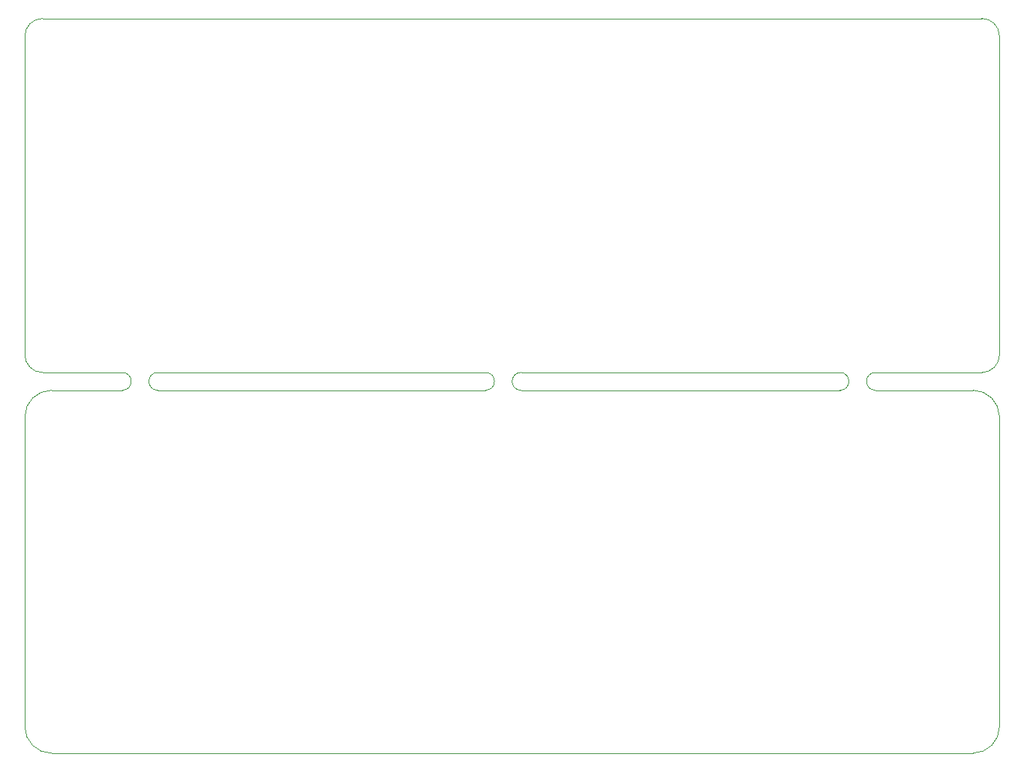
<source format=gbr>
%TF.GenerationSoftware,KiCad,Pcbnew,(6.0.5)*%
%TF.CreationDate,2022-11-21T22:14:33-06:00*%
%TF.ProjectId,A10102,41313031-3032-42e6-9b69-6361645f7063,rev?*%
%TF.SameCoordinates,Original*%
%TF.FileFunction,Profile,NP*%
%FSLAX46Y46*%
G04 Gerber Fmt 4.6, Leading zero omitted, Abs format (unit mm)*
G04 Created by KiCad (PCBNEW (6.0.5)) date 2022-11-21 22:14:33*
%MOMM*%
%LPD*%
G01*
G04 APERTURE LIST*
%TA.AperFunction,Profile*%
%ADD10C,0.100000*%
%TD*%
G04 APERTURE END LIST*
D10*
X86820000Y-80920000D02*
G75*
G03*
X83820000Y-83920000I0J-3000000D01*
G01*
X94820000Y-80920000D02*
G75*
G03*
X94820000Y-78920000I0J1000000D01*
G01*
X98820000Y-80920000D02*
X135820000Y-80920000D01*
X179820000Y-78920000D02*
G75*
G03*
X179820000Y-80920000I0J-1000000D01*
G01*
X85820000Y-38920000D02*
G75*
G03*
X83820000Y-40920000I0J-2000000D01*
G01*
X98820000Y-78920000D02*
X135820000Y-78920000D01*
X190820000Y-121920000D02*
G75*
G03*
X193820000Y-118920000I0J3000000D01*
G01*
X83820000Y-83920000D02*
X83820000Y-118920000D01*
X191820000Y-78920000D02*
G75*
G03*
X193820000Y-76920000I0J2000000D01*
G01*
X193820000Y-83920000D02*
G75*
G03*
X190820000Y-80920000I-3000000J0D01*
G01*
X86820000Y-121920000D02*
X190820000Y-121920000D01*
X139820000Y-78920000D02*
G75*
G03*
X139820000Y-80920000I0J-1000000D01*
G01*
X83820000Y-118920000D02*
G75*
G03*
X86820000Y-121920000I3000000J0D01*
G01*
X179820000Y-80920000D02*
X190820000Y-80920000D01*
X193820000Y-40920000D02*
X193820000Y-76920000D01*
X135820000Y-80920000D02*
G75*
G03*
X135820000Y-78920000I0J1000000D01*
G01*
X139820000Y-78920000D02*
X175820000Y-78920000D01*
X193820000Y-118920000D02*
X193820000Y-83920000D01*
X175820000Y-80920000D02*
X139820000Y-80920000D01*
X86820000Y-80920000D02*
X94820000Y-80920000D01*
X191820000Y-78920000D02*
X179820000Y-78920000D01*
X193820000Y-40920000D02*
G75*
G03*
X191820000Y-38920000I-2000000J0D01*
G01*
X175820000Y-80920000D02*
G75*
G03*
X175820000Y-78920000I0J1000000D01*
G01*
X85820000Y-38920000D02*
X191820000Y-38920000D01*
X83820000Y-76920000D02*
G75*
G03*
X85820000Y-78920000I2000000J0D01*
G01*
X98820000Y-78920000D02*
G75*
G03*
X98820000Y-80920000I0J-1000000D01*
G01*
X83820000Y-76920000D02*
X83820000Y-40920000D01*
X85820000Y-78920000D02*
X94820000Y-78920000D01*
M02*

</source>
